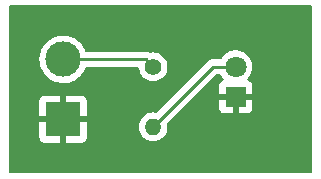
<source format=gbr>
%TF.GenerationSoftware,KiCad,Pcbnew,6.0.5-2.fc35*%
%TF.CreationDate,2022-09-23T18:34:08+02:00*%
%TF.ProjectId,Hello_ World,48656c6c-6f2c-4205-976f-726c642e6b69,rev?*%
%TF.SameCoordinates,Original*%
%TF.FileFunction,Copper,L2,Bot*%
%TF.FilePolarity,Positive*%
%FSLAX46Y46*%
G04 Gerber Fmt 4.6, Leading zero omitted, Abs format (unit mm)*
G04 Created by KiCad (PCBNEW 6.0.5-2.fc35) date 2022-09-23 18:34:08*
%MOMM*%
%LPD*%
G01*
G04 APERTURE LIST*
%TA.AperFunction,ComponentPad*%
%ADD10R,3.000000X3.000000*%
%TD*%
%TA.AperFunction,ComponentPad*%
%ADD11C,3.000000*%
%TD*%
%TA.AperFunction,ComponentPad*%
%ADD12R,1.800000X1.800000*%
%TD*%
%TA.AperFunction,ComponentPad*%
%ADD13C,1.800000*%
%TD*%
%TA.AperFunction,ComponentPad*%
%ADD14C,1.400000*%
%TD*%
%TA.AperFunction,ComponentPad*%
%ADD15O,1.400000X1.400000*%
%TD*%
%TA.AperFunction,Conductor*%
%ADD16C,0.250000*%
%TD*%
G04 APERTURE END LIST*
D10*
%TO.P,J1,1,Pin_1*%
%TO.N,GND*%
X139700000Y-103505000D03*
D11*
%TO.P,J1,2,Pin_2*%
%TO.N,+5V*%
X139700000Y-98425000D03*
%TD*%
D12*
%TO.P,D1,1,K*%
%TO.N,GND*%
X154305000Y-101605000D03*
D13*
%TO.P,D1,2,A*%
%TO.N,Net-(D1-Pad2)*%
X154305000Y-99065000D03*
%TD*%
D14*
%TO.P,R1,1*%
%TO.N,+5V*%
X147320000Y-99060000D03*
D15*
%TO.P,R1,2*%
%TO.N,Net-(D1-Pad2)*%
X147320000Y-104140000D03*
%TD*%
D16*
%TO.N,Net-(D1-Pad2)*%
X152395000Y-99065000D02*
X154305000Y-99065000D01*
X147320000Y-104140000D02*
X152395000Y-99065000D01*
%TO.N,+5V*%
X146685000Y-98425000D02*
X147320000Y-99060000D01*
X139700000Y-98425000D02*
X146685000Y-98425000D01*
%TD*%
%TA.AperFunction,Conductor*%
%TO.N,GND*%
G36*
X160723621Y-93873502D02*
G01*
X160770114Y-93927158D01*
X160781500Y-93979500D01*
X160781500Y-107950500D01*
X160761498Y-108018621D01*
X160707842Y-108065114D01*
X160655500Y-108076500D01*
X135254500Y-108076500D01*
X135186379Y-108056498D01*
X135139886Y-108002842D01*
X135128500Y-107950500D01*
X135128500Y-105049669D01*
X137692001Y-105049669D01*
X137692371Y-105056490D01*
X137697895Y-105107352D01*
X137701521Y-105122604D01*
X137746676Y-105243054D01*
X137755214Y-105258649D01*
X137831715Y-105360724D01*
X137844276Y-105373285D01*
X137946351Y-105449786D01*
X137961946Y-105458324D01*
X138082394Y-105503478D01*
X138097649Y-105507105D01*
X138148514Y-105512631D01*
X138155328Y-105513000D01*
X139427885Y-105513000D01*
X139443124Y-105508525D01*
X139444329Y-105507135D01*
X139446000Y-105499452D01*
X139446000Y-105494884D01*
X139954000Y-105494884D01*
X139958475Y-105510123D01*
X139959865Y-105511328D01*
X139967548Y-105512999D01*
X141244669Y-105512999D01*
X141251490Y-105512629D01*
X141302352Y-105507105D01*
X141317604Y-105503479D01*
X141438054Y-105458324D01*
X141453649Y-105449786D01*
X141555724Y-105373285D01*
X141568285Y-105360724D01*
X141644786Y-105258649D01*
X141653324Y-105243054D01*
X141698478Y-105122606D01*
X141702105Y-105107351D01*
X141707631Y-105056486D01*
X141708000Y-105049672D01*
X141708000Y-104140000D01*
X146106884Y-104140000D01*
X146125314Y-104350655D01*
X146180044Y-104554910D01*
X146269411Y-104746558D01*
X146390699Y-104919776D01*
X146540224Y-105069301D01*
X146713442Y-105190589D01*
X146718420Y-105192910D01*
X146718423Y-105192912D01*
X146825953Y-105243054D01*
X146905090Y-105279956D01*
X146910398Y-105281378D01*
X146910400Y-105281379D01*
X147104030Y-105333262D01*
X147104032Y-105333262D01*
X147109345Y-105334686D01*
X147320000Y-105353116D01*
X147530655Y-105334686D01*
X147535968Y-105333262D01*
X147535970Y-105333262D01*
X147729600Y-105281379D01*
X147729602Y-105281378D01*
X147734910Y-105279956D01*
X147814047Y-105243054D01*
X147921577Y-105192912D01*
X147921580Y-105192910D01*
X147926558Y-105190589D01*
X148099776Y-105069301D01*
X148249301Y-104919776D01*
X148370589Y-104746558D01*
X148459956Y-104554910D01*
X148514686Y-104350655D01*
X148533116Y-104140000D01*
X148532637Y-104134525D01*
X148515165Y-103934816D01*
X148515164Y-103934812D01*
X148514686Y-103929345D01*
X148513264Y-103924039D01*
X148512453Y-103919439D01*
X148520321Y-103848879D01*
X148547443Y-103808462D01*
X149806236Y-102549669D01*
X152897001Y-102549669D01*
X152897371Y-102556490D01*
X152902895Y-102607352D01*
X152906521Y-102622604D01*
X152951676Y-102743054D01*
X152960214Y-102758649D01*
X153036715Y-102860724D01*
X153049276Y-102873285D01*
X153151351Y-102949786D01*
X153166946Y-102958324D01*
X153287394Y-103003478D01*
X153302649Y-103007105D01*
X153353514Y-103012631D01*
X153360328Y-103013000D01*
X154032885Y-103013000D01*
X154048124Y-103008525D01*
X154049329Y-103007135D01*
X154051000Y-102999452D01*
X154051000Y-102994884D01*
X154559000Y-102994884D01*
X154563475Y-103010123D01*
X154564865Y-103011328D01*
X154572548Y-103012999D01*
X155249669Y-103012999D01*
X155256490Y-103012629D01*
X155307352Y-103007105D01*
X155322604Y-103003479D01*
X155443054Y-102958324D01*
X155458649Y-102949786D01*
X155560724Y-102873285D01*
X155573285Y-102860724D01*
X155649786Y-102758649D01*
X155658324Y-102743054D01*
X155703478Y-102622606D01*
X155707105Y-102607351D01*
X155712631Y-102556486D01*
X155713000Y-102549672D01*
X155713000Y-101877115D01*
X155708525Y-101861876D01*
X155707135Y-101860671D01*
X155699452Y-101859000D01*
X154577115Y-101859000D01*
X154561876Y-101863475D01*
X154560671Y-101864865D01*
X154559000Y-101872548D01*
X154559000Y-102994884D01*
X154051000Y-102994884D01*
X154051000Y-101877115D01*
X154046525Y-101861876D01*
X154045135Y-101860671D01*
X154037452Y-101859000D01*
X152915116Y-101859000D01*
X152899877Y-101863475D01*
X152898672Y-101864865D01*
X152897001Y-101872548D01*
X152897001Y-102549669D01*
X149806236Y-102549669D01*
X152620500Y-99735405D01*
X152682812Y-99701379D01*
X152709595Y-99698500D01*
X152970630Y-99698500D01*
X153038751Y-99718502D01*
X153078063Y-99758665D01*
X153164501Y-99899719D01*
X153167882Y-99903622D01*
X153276653Y-100029191D01*
X153306135Y-100093776D01*
X153296020Y-100164049D01*
X153249519Y-100217697D01*
X153225646Y-100229670D01*
X153166944Y-100251677D01*
X153151351Y-100260214D01*
X153049276Y-100336715D01*
X153036715Y-100349276D01*
X152960214Y-100451351D01*
X152951676Y-100466946D01*
X152906522Y-100587394D01*
X152902895Y-100602649D01*
X152897369Y-100653514D01*
X152897000Y-100660328D01*
X152897000Y-101332885D01*
X152901475Y-101348124D01*
X152902865Y-101349329D01*
X152910548Y-101351000D01*
X155694884Y-101351000D01*
X155710123Y-101346525D01*
X155711328Y-101345135D01*
X155712999Y-101337452D01*
X155712999Y-100660331D01*
X155712629Y-100653510D01*
X155707105Y-100602648D01*
X155703479Y-100587396D01*
X155658324Y-100466946D01*
X155649786Y-100451351D01*
X155573285Y-100349276D01*
X155560724Y-100336715D01*
X155458649Y-100260214D01*
X155443052Y-100251675D01*
X155384415Y-100229693D01*
X155327650Y-100187052D01*
X155302950Y-100120490D01*
X155318157Y-100051141D01*
X155339703Y-100022461D01*
X155372978Y-99989301D01*
X155381303Y-99981005D01*
X155516458Y-99792917D01*
X155533387Y-99758665D01*
X155616784Y-99589922D01*
X155616785Y-99589920D01*
X155619078Y-99585280D01*
X155686408Y-99363671D01*
X155716640Y-99134041D01*
X155718327Y-99065000D01*
X155708202Y-98941846D01*
X155699773Y-98839318D01*
X155699772Y-98839312D01*
X155699349Y-98834167D01*
X155653190Y-98650400D01*
X155644184Y-98614544D01*
X155644183Y-98614540D01*
X155642925Y-98609533D01*
X155633397Y-98587620D01*
X155552630Y-98401868D01*
X155552628Y-98401865D01*
X155550570Y-98397131D01*
X155424764Y-98202665D01*
X155268887Y-98031358D01*
X155264836Y-98028159D01*
X155264832Y-98028155D01*
X155091177Y-97891011D01*
X155091172Y-97891008D01*
X155087123Y-97887810D01*
X155082607Y-97885317D01*
X155082604Y-97885315D01*
X154888879Y-97778373D01*
X154888875Y-97778371D01*
X154884355Y-97775876D01*
X154879486Y-97774152D01*
X154879482Y-97774150D01*
X154670903Y-97700288D01*
X154670899Y-97700287D01*
X154666028Y-97698562D01*
X154660935Y-97697655D01*
X154660932Y-97697654D01*
X154443095Y-97658851D01*
X154443089Y-97658850D01*
X154438006Y-97657945D01*
X154365096Y-97657054D01*
X154211581Y-97655179D01*
X154211579Y-97655179D01*
X154206411Y-97655116D01*
X153977464Y-97690150D01*
X153757314Y-97762106D01*
X153752726Y-97764494D01*
X153752722Y-97764496D01*
X153556461Y-97866663D01*
X153551872Y-97869052D01*
X153547739Y-97872155D01*
X153547736Y-97872157D01*
X153522625Y-97891011D01*
X153366655Y-98008117D01*
X153206639Y-98175564D01*
X153203725Y-98179836D01*
X153203724Y-98179837D01*
X153135245Y-98280224D01*
X153076119Y-98366899D01*
X153075403Y-98368442D01*
X153025086Y-98417090D01*
X152966574Y-98431500D01*
X152473767Y-98431500D01*
X152462584Y-98430973D01*
X152455091Y-98429298D01*
X152447165Y-98429547D01*
X152447164Y-98429547D01*
X152387001Y-98431438D01*
X152383043Y-98431500D01*
X152355144Y-98431500D01*
X152351154Y-98432004D01*
X152339320Y-98432936D01*
X152295111Y-98434326D01*
X152287497Y-98436538D01*
X152287492Y-98436539D01*
X152275659Y-98439977D01*
X152256296Y-98443988D01*
X152236203Y-98446526D01*
X152228836Y-98449443D01*
X152228831Y-98449444D01*
X152195092Y-98462802D01*
X152183865Y-98466646D01*
X152141407Y-98478982D01*
X152134581Y-98483019D01*
X152123972Y-98489293D01*
X152106224Y-98497988D01*
X152087383Y-98505448D01*
X152080967Y-98510110D01*
X152080966Y-98510110D01*
X152051613Y-98531436D01*
X152041693Y-98537952D01*
X152010465Y-98556420D01*
X152010462Y-98556422D01*
X152003638Y-98560458D01*
X151989317Y-98574779D01*
X151974284Y-98587619D01*
X151957893Y-98599528D01*
X151952842Y-98605634D01*
X151929702Y-98633605D01*
X151921712Y-98642384D01*
X147651538Y-102912557D01*
X147589226Y-102946583D01*
X147540561Y-102947547D01*
X147535961Y-102946736D01*
X147530655Y-102945314D01*
X147525188Y-102944836D01*
X147525184Y-102944835D01*
X147325475Y-102927363D01*
X147320000Y-102926884D01*
X147109345Y-102945314D01*
X147104032Y-102946738D01*
X147104030Y-102946738D01*
X146910400Y-102998621D01*
X146910398Y-102998622D01*
X146905090Y-103000044D01*
X146900109Y-103002366D01*
X146900108Y-103002367D01*
X146718423Y-103087088D01*
X146718420Y-103087090D01*
X146713442Y-103089411D01*
X146540224Y-103210699D01*
X146390699Y-103360224D01*
X146269411Y-103533442D01*
X146180044Y-103725090D01*
X146178622Y-103730398D01*
X146178621Y-103730400D01*
X146146875Y-103848879D01*
X146125314Y-103929345D01*
X146106884Y-104140000D01*
X141708000Y-104140000D01*
X141708000Y-103777115D01*
X141703525Y-103761876D01*
X141702135Y-103760671D01*
X141694452Y-103759000D01*
X139972115Y-103759000D01*
X139956876Y-103763475D01*
X139955671Y-103764865D01*
X139954000Y-103772548D01*
X139954000Y-105494884D01*
X139446000Y-105494884D01*
X139446000Y-103777115D01*
X139441525Y-103761876D01*
X139440135Y-103760671D01*
X139432452Y-103759000D01*
X137710116Y-103759000D01*
X137694877Y-103763475D01*
X137693672Y-103764865D01*
X137692001Y-103772548D01*
X137692001Y-105049669D01*
X135128500Y-105049669D01*
X135128500Y-103232885D01*
X137692000Y-103232885D01*
X137696475Y-103248124D01*
X137697865Y-103249329D01*
X137705548Y-103251000D01*
X139427885Y-103251000D01*
X139443124Y-103246525D01*
X139444329Y-103245135D01*
X139446000Y-103237452D01*
X139446000Y-103232885D01*
X139954000Y-103232885D01*
X139958475Y-103248124D01*
X139959865Y-103249329D01*
X139967548Y-103251000D01*
X141689884Y-103251000D01*
X141705123Y-103246525D01*
X141706328Y-103245135D01*
X141707999Y-103237452D01*
X141707999Y-101960331D01*
X141707629Y-101953510D01*
X141702105Y-101902648D01*
X141698479Y-101887396D01*
X141653324Y-101766946D01*
X141644786Y-101751351D01*
X141568285Y-101649276D01*
X141555724Y-101636715D01*
X141453649Y-101560214D01*
X141438054Y-101551676D01*
X141317606Y-101506522D01*
X141302351Y-101502895D01*
X141251486Y-101497369D01*
X141244672Y-101497000D01*
X139972115Y-101497000D01*
X139956876Y-101501475D01*
X139955671Y-101502865D01*
X139954000Y-101510548D01*
X139954000Y-103232885D01*
X139446000Y-103232885D01*
X139446000Y-101515116D01*
X139441525Y-101499877D01*
X139440135Y-101498672D01*
X139432452Y-101497001D01*
X138155331Y-101497001D01*
X138148510Y-101497371D01*
X138097648Y-101502895D01*
X138082396Y-101506521D01*
X137961946Y-101551676D01*
X137946351Y-101560214D01*
X137844276Y-101636715D01*
X137831715Y-101649276D01*
X137755214Y-101751351D01*
X137746676Y-101766946D01*
X137701522Y-101887394D01*
X137697895Y-101902649D01*
X137692369Y-101953514D01*
X137692000Y-101960328D01*
X137692000Y-103232885D01*
X135128500Y-103232885D01*
X135128500Y-98403918D01*
X137686917Y-98403918D01*
X137702682Y-98677320D01*
X137703507Y-98681525D01*
X137703508Y-98681533D01*
X137732471Y-98829156D01*
X137755405Y-98946053D01*
X137756792Y-98950103D01*
X137756793Y-98950108D01*
X137818621Y-99130691D01*
X137844112Y-99205144D01*
X137967160Y-99449799D01*
X137969586Y-99453328D01*
X137969589Y-99453334D01*
X138056871Y-99580329D01*
X138122274Y-99675490D01*
X138125161Y-99678663D01*
X138125162Y-99678664D01*
X138267656Y-99835264D01*
X138306582Y-99878043D01*
X138516675Y-100053707D01*
X138520316Y-100055991D01*
X138745024Y-100196951D01*
X138745028Y-100196953D01*
X138748664Y-100199234D01*
X138864812Y-100251677D01*
X138994345Y-100310164D01*
X138994349Y-100310166D01*
X138998257Y-100311930D01*
X139002377Y-100313150D01*
X139002376Y-100313150D01*
X139256723Y-100388491D01*
X139256727Y-100388492D01*
X139260836Y-100389709D01*
X139265070Y-100390357D01*
X139265075Y-100390358D01*
X139527298Y-100430483D01*
X139527300Y-100430483D01*
X139531540Y-100431132D01*
X139670912Y-100433322D01*
X139801071Y-100435367D01*
X139801077Y-100435367D01*
X139805362Y-100435434D01*
X140077235Y-100402534D01*
X140342127Y-100333041D01*
X140346087Y-100331401D01*
X140346092Y-100331399D01*
X140487955Y-100272637D01*
X140595136Y-100228241D01*
X140831582Y-100090073D01*
X141047089Y-99921094D01*
X141088809Y-99878043D01*
X141234686Y-99727509D01*
X141237669Y-99724431D01*
X141240202Y-99720983D01*
X141240206Y-99720978D01*
X141397257Y-99507178D01*
X141399795Y-99503723D01*
X141427154Y-99453334D01*
X141528418Y-99266830D01*
X141528419Y-99266828D01*
X141530468Y-99263054D01*
X141576980Y-99139963D01*
X141619769Y-99083310D01*
X141686395Y-99058784D01*
X141694846Y-99058500D01*
X145991295Y-99058500D01*
X146059416Y-99078502D01*
X146105909Y-99132158D01*
X146116816Y-99173519D01*
X146124834Y-99265174D01*
X146124835Y-99265179D01*
X146125314Y-99270655D01*
X146126738Y-99275968D01*
X146126738Y-99275970D01*
X146173316Y-99449799D01*
X146180044Y-99474910D01*
X146182366Y-99479891D01*
X146182367Y-99479892D01*
X146229202Y-99580329D01*
X146269411Y-99666558D01*
X146390699Y-99839776D01*
X146540224Y-99989301D01*
X146713442Y-100110589D01*
X146718420Y-100112910D01*
X146718423Y-100112912D01*
X146900108Y-100197633D01*
X146905090Y-100199956D01*
X146910398Y-100201378D01*
X146910400Y-100201379D01*
X147104030Y-100253262D01*
X147104032Y-100253262D01*
X147109345Y-100254686D01*
X147320000Y-100273116D01*
X147530655Y-100254686D01*
X147535968Y-100253262D01*
X147535970Y-100253262D01*
X147729600Y-100201379D01*
X147729602Y-100201378D01*
X147734910Y-100199956D01*
X147739892Y-100197633D01*
X147921577Y-100112912D01*
X147921580Y-100112910D01*
X147926558Y-100110589D01*
X148099776Y-99989301D01*
X148249301Y-99839776D01*
X148370589Y-99666558D01*
X148410799Y-99580329D01*
X148457633Y-99479892D01*
X148457634Y-99479891D01*
X148459956Y-99474910D01*
X148466685Y-99449799D01*
X148513262Y-99275970D01*
X148513262Y-99275968D01*
X148514686Y-99270655D01*
X148533116Y-99060000D01*
X148514686Y-98849345D01*
X148510619Y-98834167D01*
X148461379Y-98650400D01*
X148461378Y-98650398D01*
X148459956Y-98645090D01*
X148456731Y-98638173D01*
X148372912Y-98458423D01*
X148372910Y-98458420D01*
X148370589Y-98453442D01*
X148249301Y-98280224D01*
X148099776Y-98130699D01*
X147926558Y-98009411D01*
X147921580Y-98007090D01*
X147921577Y-98007088D01*
X147739892Y-97922367D01*
X147739891Y-97922366D01*
X147734910Y-97920044D01*
X147729602Y-97918622D01*
X147729600Y-97918621D01*
X147535970Y-97866738D01*
X147535968Y-97866738D01*
X147530655Y-97865314D01*
X147320000Y-97846884D01*
X147109345Y-97865314D01*
X147104038Y-97866736D01*
X147104027Y-97866738D01*
X147076022Y-97874242D01*
X147005046Y-97872552D01*
X146993373Y-97868173D01*
X146982197Y-97863337D01*
X146969459Y-97857825D01*
X146958813Y-97852609D01*
X146920060Y-97831305D01*
X146900437Y-97826267D01*
X146881734Y-97819863D01*
X146870420Y-97814967D01*
X146870419Y-97814967D01*
X146863145Y-97811819D01*
X146855322Y-97810580D01*
X146855312Y-97810577D01*
X146819476Y-97804901D01*
X146807856Y-97802495D01*
X146772711Y-97793472D01*
X146772710Y-97793472D01*
X146765030Y-97791500D01*
X146744776Y-97791500D01*
X146725065Y-97789949D01*
X146712886Y-97788020D01*
X146705057Y-97786780D01*
X146697165Y-97787526D01*
X146661039Y-97790941D01*
X146649181Y-97791500D01*
X141695461Y-97791500D01*
X141627340Y-97771498D01*
X141580847Y-97717842D01*
X141576688Y-97707559D01*
X141549050Y-97629510D01*
X141549047Y-97629502D01*
X141547617Y-97625465D01*
X141422013Y-97382112D01*
X141412040Y-97367921D01*
X141267008Y-97161562D01*
X141264545Y-97158057D01*
X141078125Y-96957445D01*
X141074810Y-96954731D01*
X141074806Y-96954728D01*
X140869523Y-96786706D01*
X140866205Y-96783990D01*
X140632704Y-96640901D01*
X140628768Y-96639173D01*
X140385873Y-96532549D01*
X140385869Y-96532548D01*
X140381945Y-96530825D01*
X140118566Y-96455800D01*
X140114324Y-96455196D01*
X140114318Y-96455195D01*
X139913834Y-96426662D01*
X139847443Y-96417213D01*
X139703589Y-96416460D01*
X139577877Y-96415802D01*
X139577871Y-96415802D01*
X139573591Y-96415780D01*
X139569347Y-96416339D01*
X139569343Y-96416339D01*
X139450302Y-96432011D01*
X139302078Y-96451525D01*
X139297938Y-96452658D01*
X139297936Y-96452658D01*
X139225008Y-96472609D01*
X139037928Y-96523788D01*
X139033980Y-96525472D01*
X138789982Y-96629546D01*
X138789978Y-96629548D01*
X138786030Y-96631232D01*
X138766125Y-96643145D01*
X138554725Y-96769664D01*
X138554721Y-96769667D01*
X138551043Y-96771868D01*
X138337318Y-96943094D01*
X138148808Y-97141742D01*
X137989002Y-97364136D01*
X137860857Y-97606161D01*
X137859385Y-97610184D01*
X137859383Y-97610188D01*
X137785596Y-97811819D01*
X137766743Y-97863337D01*
X137708404Y-98130907D01*
X137697660Y-98267413D01*
X137689831Y-98366899D01*
X137686917Y-98403918D01*
X135128500Y-98403918D01*
X135128500Y-93979500D01*
X135148502Y-93911379D01*
X135202158Y-93864886D01*
X135254500Y-93853500D01*
X160655500Y-93853500D01*
X160723621Y-93873502D01*
G37*
%TD.AperFunction*%
%TD*%
M02*

</source>
